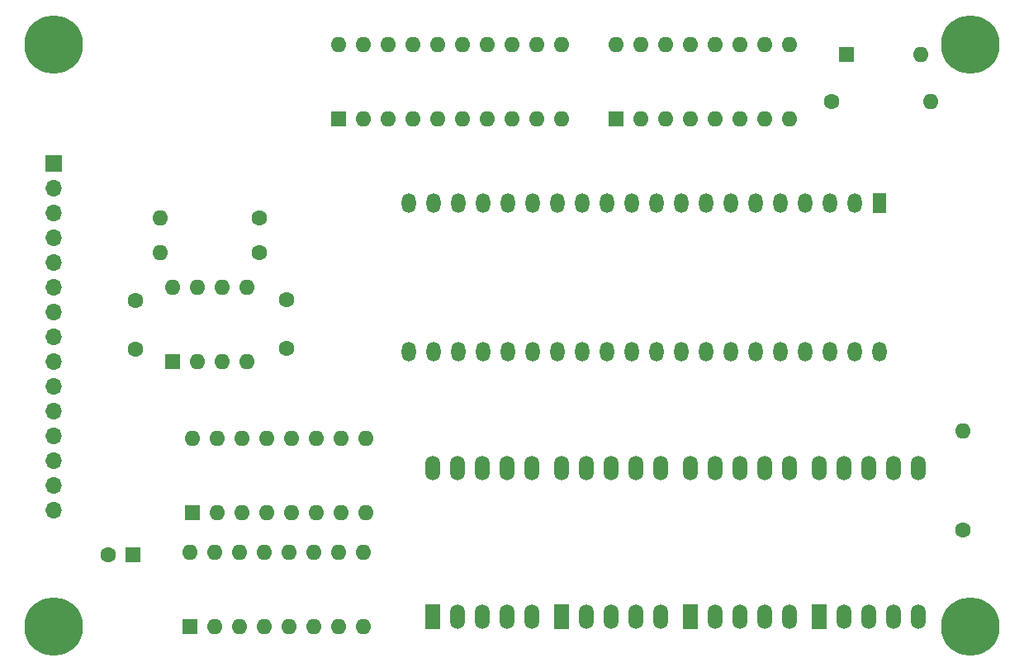
<source format=gbr>
%TF.GenerationSoftware,KiCad,Pcbnew,(5.1.10-1-10_14)*%
%TF.CreationDate,2021-07-31T23:03:57-04:00*%
%TF.ProjectId,DISPLAY,44495350-4c41-4592-9e6b-696361645f70,rev?*%
%TF.SameCoordinates,Original*%
%TF.FileFunction,Soldermask,Top*%
%TF.FilePolarity,Negative*%
%FSLAX46Y46*%
G04 Gerber Fmt 4.6, Leading zero omitted, Abs format (unit mm)*
G04 Created by KiCad (PCBNEW (5.1.10-1-10_14)) date 2021-07-31 23:03:57*
%MOMM*%
%LPD*%
G01*
G04 APERTURE LIST*
%ADD10O,1.700000X1.700000*%
%ADD11R,1.700000X1.700000*%
%ADD12O,1.600000X1.600000*%
%ADD13C,1.600000*%
%ADD14R,1.600000X1.600000*%
%ADD15C,0.800000*%
%ADD16C,6.000000*%
%ADD17O,1.440000X2.000000*%
%ADD18R,1.440000X2.000000*%
%ADD19R,1.524000X2.524000*%
%ADD20O,1.524000X2.524000*%
G04 APERTURE END LIST*
D10*
%TO.C,J2*%
X86868000Y-58928000D03*
X86868000Y-56388000D03*
X86868000Y-53848000D03*
X86868000Y-51308000D03*
X86868000Y-48768000D03*
X86868000Y-46228000D03*
X86868000Y-43688000D03*
X86868000Y-41148000D03*
X86868000Y-38608000D03*
X86868000Y-36068000D03*
X86868000Y-33528000D03*
X86868000Y-30988000D03*
X86868000Y-28448000D03*
X86868000Y-25908000D03*
D11*
X86868000Y-23368000D03*
%TD*%
D12*
%TO.C,R2*%
X180086000Y-50800000D03*
D13*
X180086000Y-60960000D03*
%TD*%
D12*
%TO.C,SW1*%
X175768000Y-12192000D03*
D14*
X168148000Y-12192000D03*
%TD*%
D12*
%TO.C,R1*%
X176784000Y-17018000D03*
D13*
X166624000Y-17018000D03*
%TD*%
%TO.C,C16*%
X92496000Y-63500000D03*
D14*
X94996000Y-63500000D03*
%TD*%
D15*
%TO.C,REF\u002A\u002A*%
X88458990Y-9585010D03*
X86868000Y-8926000D03*
X85277010Y-9585010D03*
X84618000Y-11176000D03*
X85277010Y-12766990D03*
X86868000Y-13426000D03*
X88458990Y-12766990D03*
X89118000Y-11176000D03*
D16*
X86868000Y-11176000D03*
%TD*%
%TO.C,REF\u002A\u002A*%
X86868000Y-70866000D03*
D15*
X89118000Y-70866000D03*
X88458990Y-72456990D03*
X86868000Y-73116000D03*
X85277010Y-72456990D03*
X84618000Y-70866000D03*
X85277010Y-69275010D03*
X86868000Y-68616000D03*
X88458990Y-69275010D03*
%TD*%
D16*
%TO.C,REF\u002A\u002A*%
X180848000Y-11176000D03*
D15*
X183098000Y-11176000D03*
X182438990Y-12766990D03*
X180848000Y-13426000D03*
X179257010Y-12766990D03*
X178598000Y-11176000D03*
X179257010Y-9585010D03*
X180848000Y-8926000D03*
X182438990Y-9585010D03*
%TD*%
%TO.C,REF\u002A\u002A*%
X182438990Y-69275010D03*
X180848000Y-68616000D03*
X179257010Y-69275010D03*
X178598000Y-70866000D03*
X179257010Y-72456990D03*
X180848000Y-73116000D03*
X182438990Y-72456990D03*
X183098000Y-70866000D03*
D16*
X180848000Y-70866000D03*
%TD*%
D12*
%TO.C,U4332*%
X100838000Y-63246000D03*
X118618000Y-70866000D03*
X103378000Y-63246000D03*
X116078000Y-70866000D03*
X105918000Y-63246000D03*
X113538000Y-70866000D03*
X108458000Y-63246000D03*
X110998000Y-70866000D03*
X110998000Y-63246000D03*
X108458000Y-70866000D03*
X113538000Y-63246000D03*
X105918000Y-70866000D03*
X116078000Y-63246000D03*
X103378000Y-70866000D03*
X118618000Y-63246000D03*
D14*
X100838000Y-70866000D03*
%TD*%
D12*
%TO.C,U2444*%
X101092000Y-51562000D03*
X118872000Y-59182000D03*
X103632000Y-51562000D03*
X116332000Y-59182000D03*
X106172000Y-51562000D03*
X113792000Y-59182000D03*
X108712000Y-51562000D03*
X111252000Y-59182000D03*
X111252000Y-51562000D03*
X108712000Y-59182000D03*
X113792000Y-51562000D03*
X106172000Y-59182000D03*
X116332000Y-51562000D03*
X103632000Y-59182000D03*
X118872000Y-51562000D03*
D14*
X101092000Y-59182000D03*
%TD*%
D12*
%TO.C,U1555*%
X99060000Y-36068000D03*
X106680000Y-43688000D03*
X101600000Y-36068000D03*
X104140000Y-43688000D03*
X104140000Y-36068000D03*
X101600000Y-43688000D03*
X106680000Y-36068000D03*
D14*
X99060000Y-43688000D03*
%TD*%
D17*
%TO.C,U9*%
X123291600Y-42672000D03*
X123291600Y-27432000D03*
X125831600Y-42672000D03*
X125831600Y-27432000D03*
X128371600Y-42672000D03*
X128371600Y-27432000D03*
X130911600Y-42672000D03*
X130911600Y-27432000D03*
X133451600Y-42672000D03*
X133451600Y-27432000D03*
X135991600Y-42672000D03*
X135991600Y-27432000D03*
X138531600Y-42672000D03*
X138531600Y-27432000D03*
X141071600Y-42672000D03*
X141071600Y-27432000D03*
X143611600Y-42672000D03*
X143611600Y-27432000D03*
X146151600Y-42672000D03*
X146151600Y-27432000D03*
X148691600Y-42672000D03*
X148691600Y-27432000D03*
X151231600Y-42672000D03*
X151231600Y-27432000D03*
X153771600Y-42672000D03*
X153771600Y-27432000D03*
X156311600Y-42672000D03*
X156311600Y-27432000D03*
X158851600Y-42672000D03*
X158851600Y-27432000D03*
X161391600Y-42672000D03*
X161391600Y-27432000D03*
X163931600Y-42672000D03*
X163931600Y-27432000D03*
X166471600Y-42672000D03*
X166471600Y-27432000D03*
X169011600Y-42672000D03*
X169011600Y-27432000D03*
X171551600Y-42672000D03*
D18*
X171551600Y-27432000D03*
%TD*%
D19*
%TO.C,U6*%
X165354000Y-69850000D03*
D20*
X167894000Y-69850000D03*
X170434000Y-69850000D03*
X172974000Y-69850000D03*
X175514000Y-69850000D03*
X175514000Y-54610000D03*
X172974000Y-54610000D03*
X170434000Y-54610000D03*
X167894000Y-54610000D03*
X165354000Y-54610000D03*
%TD*%
D19*
%TO.C,U5*%
X152146000Y-69850000D03*
D20*
X154686000Y-69850000D03*
X157226000Y-69850000D03*
X159766000Y-69850000D03*
X162306000Y-69850000D03*
X162306000Y-54610000D03*
X159766000Y-54610000D03*
X157226000Y-54610000D03*
X154686000Y-54610000D03*
X152146000Y-54610000D03*
%TD*%
D19*
%TO.C,U4*%
X138938000Y-69850000D03*
D20*
X141478000Y-69850000D03*
X144018000Y-69850000D03*
X146558000Y-69850000D03*
X149098000Y-69850000D03*
X149098000Y-54610000D03*
X146558000Y-54610000D03*
X144018000Y-54610000D03*
X141478000Y-54610000D03*
X138938000Y-54610000D03*
%TD*%
D12*
%TO.C,U3*%
X116078000Y-11176000D03*
X138938000Y-18796000D03*
X118618000Y-11176000D03*
X136398000Y-18796000D03*
X121158000Y-11176000D03*
X133858000Y-18796000D03*
X123698000Y-11176000D03*
X131318000Y-18796000D03*
X126238000Y-11176000D03*
X128778000Y-18796000D03*
X128778000Y-11176000D03*
X126238000Y-18796000D03*
X131318000Y-11176000D03*
X123698000Y-18796000D03*
X133858000Y-11176000D03*
X121158000Y-18796000D03*
X136398000Y-11176000D03*
X118618000Y-18796000D03*
X138938000Y-11176000D03*
D14*
X116078000Y-18796000D03*
%TD*%
D12*
%TO.C,U2*%
X144526000Y-11176000D03*
X162306000Y-18796000D03*
X147066000Y-11176000D03*
X159766000Y-18796000D03*
X149606000Y-11176000D03*
X157226000Y-18796000D03*
X152146000Y-11176000D03*
X154686000Y-18796000D03*
X154686000Y-11176000D03*
X152146000Y-18796000D03*
X157226000Y-11176000D03*
X149606000Y-18796000D03*
X159766000Y-11176000D03*
X147066000Y-18796000D03*
X162306000Y-11176000D03*
D14*
X144526000Y-18796000D03*
%TD*%
D19*
%TO.C,U1*%
X125730000Y-69850000D03*
D20*
X128270000Y-69850000D03*
X130810000Y-69850000D03*
X133350000Y-69850000D03*
X135890000Y-69850000D03*
X135890000Y-54610000D03*
X133350000Y-54610000D03*
X130810000Y-54610000D03*
X128270000Y-54610000D03*
X125730000Y-54610000D03*
%TD*%
D12*
%TO.C,R2123*%
X97790000Y-32512000D03*
D13*
X107950000Y-32512000D03*
%TD*%
D12*
%TO.C,R1452*%
X97790000Y-28956000D03*
D13*
X107950000Y-28956000D03*
%TD*%
%TO.C,C233*%
X110744000Y-42338000D03*
X110744000Y-37338000D03*
%TD*%
%TO.C,C133*%
X95250000Y-37418000D03*
X95250000Y-42418000D03*
%TD*%
M02*

</source>
